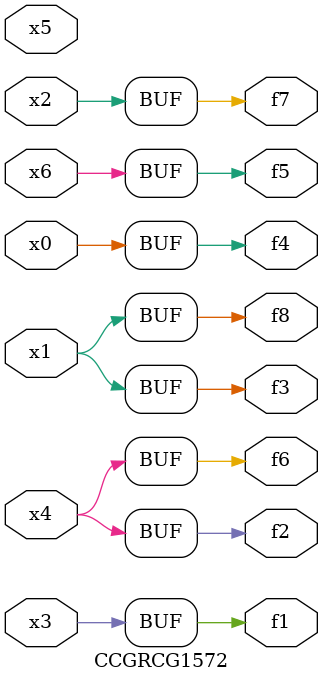
<source format=v>
module CCGRCG1572(
	input x0, x1, x2, x3, x4, x5, x6,
	output f1, f2, f3, f4, f5, f6, f7, f8
);
	assign f1 = x3;
	assign f2 = x4;
	assign f3 = x1;
	assign f4 = x0;
	assign f5 = x6;
	assign f6 = x4;
	assign f7 = x2;
	assign f8 = x1;
endmodule

</source>
